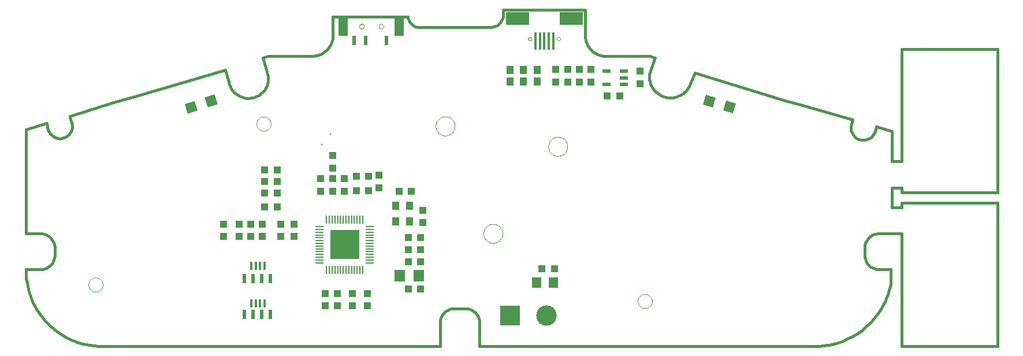
<source format=gtp>
G75*
G70*
%OFA0B0*%
%FSLAX24Y24*%
%IPPOS*%
%LPD*%
%AMOC8*
5,1,8,0,0,1.08239X$1,22.5*
%
%ADD10C,0.0000*%
%ADD11C,0.0160*%
%ADD12R,0.1181X0.1181*%
%ADD13C,0.1181*%
%ADD14R,0.0591X0.0591*%
%ADD15R,0.0472X0.0217*%
%ADD16R,0.0551X0.1000*%
%ADD17R,0.0236X0.0551*%
%ADD18R,0.0098X0.0098*%
%ADD19R,0.0394X0.0512*%
%ADD20R,0.1713X0.1713*%
%ADD21R,0.0472X0.0080*%
%ADD22R,0.0080X0.0472*%
%ADD23R,0.0138X0.0512*%
%ADD24R,0.0433X0.0394*%
%ADD25R,0.0394X0.0433*%
%ADD26R,0.0551X0.0630*%
%ADD27R,0.0630X0.0709*%
%ADD28R,0.0433X0.0453*%
%ADD29R,0.0177X0.0984*%
%ADD30R,0.1378X0.0748*%
D10*
X004901Y004920D02*
X004903Y004960D01*
X004909Y005001D01*
X004919Y005040D01*
X004932Y005078D01*
X004950Y005115D01*
X004971Y005149D01*
X004995Y005182D01*
X005022Y005212D01*
X005052Y005239D01*
X005085Y005263D01*
X005119Y005284D01*
X005156Y005302D01*
X005194Y005315D01*
X005233Y005325D01*
X005274Y005331D01*
X005314Y005333D01*
X005354Y005331D01*
X005395Y005325D01*
X005434Y005315D01*
X005472Y005302D01*
X005509Y005284D01*
X005543Y005263D01*
X005576Y005239D01*
X005606Y005212D01*
X005633Y005182D01*
X005657Y005149D01*
X005678Y005115D01*
X005696Y005078D01*
X005709Y005040D01*
X005719Y005001D01*
X005725Y004960D01*
X005727Y004920D01*
X005725Y004880D01*
X005719Y004839D01*
X005709Y004800D01*
X005696Y004762D01*
X005678Y004725D01*
X005657Y004691D01*
X005633Y004658D01*
X005606Y004628D01*
X005576Y004601D01*
X005543Y004577D01*
X005509Y004556D01*
X005472Y004538D01*
X005434Y004525D01*
X005395Y004515D01*
X005354Y004509D01*
X005314Y004507D01*
X005274Y004509D01*
X005233Y004515D01*
X005194Y004525D01*
X005156Y004538D01*
X005119Y004556D01*
X005085Y004577D01*
X005052Y004601D01*
X005022Y004628D01*
X004995Y004658D01*
X004971Y004691D01*
X004950Y004725D01*
X004932Y004762D01*
X004919Y004800D01*
X004909Y004839D01*
X004903Y004880D01*
X004901Y004920D01*
X024940Y014074D02*
X024942Y014121D01*
X024948Y014167D01*
X024958Y014213D01*
X024971Y014258D01*
X024989Y014301D01*
X025010Y014343D01*
X025034Y014383D01*
X025062Y014420D01*
X025093Y014455D01*
X025127Y014488D01*
X025163Y014517D01*
X025202Y014543D01*
X025243Y014566D01*
X025286Y014585D01*
X025330Y014601D01*
X025375Y014613D01*
X025421Y014621D01*
X025468Y014625D01*
X025514Y014625D01*
X025561Y014621D01*
X025607Y014613D01*
X025652Y014601D01*
X025696Y014585D01*
X025739Y014566D01*
X025780Y014543D01*
X025819Y014517D01*
X025855Y014488D01*
X025889Y014455D01*
X025920Y014420D01*
X025948Y014383D01*
X025972Y014343D01*
X025993Y014301D01*
X026011Y014258D01*
X026024Y014213D01*
X026034Y014167D01*
X026040Y014121D01*
X026042Y014074D01*
X026040Y014027D01*
X026034Y013981D01*
X026024Y013935D01*
X026011Y013890D01*
X025993Y013847D01*
X025972Y013805D01*
X025948Y013765D01*
X025920Y013728D01*
X025889Y013693D01*
X025855Y013660D01*
X025819Y013631D01*
X025780Y013605D01*
X025739Y013582D01*
X025696Y013563D01*
X025652Y013547D01*
X025607Y013535D01*
X025561Y013527D01*
X025514Y013523D01*
X025468Y013523D01*
X025421Y013527D01*
X025375Y013535D01*
X025330Y013547D01*
X025286Y013563D01*
X025243Y013582D01*
X025202Y013605D01*
X025163Y013631D01*
X025127Y013660D01*
X025093Y013693D01*
X025062Y013728D01*
X025034Y013765D01*
X025010Y013805D01*
X024989Y013847D01*
X024971Y013890D01*
X024958Y013935D01*
X024948Y013981D01*
X024942Y014027D01*
X024940Y014074D01*
X031436Y012893D02*
X031438Y012940D01*
X031444Y012986D01*
X031454Y013032D01*
X031467Y013077D01*
X031485Y013120D01*
X031506Y013162D01*
X031530Y013202D01*
X031558Y013239D01*
X031589Y013274D01*
X031623Y013307D01*
X031659Y013336D01*
X031698Y013362D01*
X031739Y013385D01*
X031782Y013404D01*
X031826Y013420D01*
X031871Y013432D01*
X031917Y013440D01*
X031964Y013444D01*
X032010Y013444D01*
X032057Y013440D01*
X032103Y013432D01*
X032148Y013420D01*
X032192Y013404D01*
X032235Y013385D01*
X032276Y013362D01*
X032315Y013336D01*
X032351Y013307D01*
X032385Y013274D01*
X032416Y013239D01*
X032444Y013202D01*
X032468Y013162D01*
X032489Y013120D01*
X032507Y013077D01*
X032520Y013032D01*
X032530Y012986D01*
X032536Y012940D01*
X032538Y012893D01*
X032536Y012846D01*
X032530Y012800D01*
X032520Y012754D01*
X032507Y012709D01*
X032489Y012666D01*
X032468Y012624D01*
X032444Y012584D01*
X032416Y012547D01*
X032385Y012512D01*
X032351Y012479D01*
X032315Y012450D01*
X032276Y012424D01*
X032235Y012401D01*
X032192Y012382D01*
X032148Y012366D01*
X032103Y012354D01*
X032057Y012346D01*
X032010Y012342D01*
X031964Y012342D01*
X031917Y012346D01*
X031871Y012354D01*
X031826Y012366D01*
X031782Y012382D01*
X031739Y012401D01*
X031698Y012424D01*
X031659Y012450D01*
X031623Y012479D01*
X031589Y012512D01*
X031558Y012547D01*
X031530Y012584D01*
X031506Y012624D01*
X031485Y012666D01*
X031467Y012709D01*
X031454Y012754D01*
X031444Y012800D01*
X031438Y012846D01*
X031436Y012893D01*
X027696Y007873D02*
X027698Y007920D01*
X027704Y007966D01*
X027714Y008012D01*
X027727Y008057D01*
X027745Y008100D01*
X027766Y008142D01*
X027790Y008182D01*
X027818Y008219D01*
X027849Y008254D01*
X027883Y008287D01*
X027919Y008316D01*
X027958Y008342D01*
X027999Y008365D01*
X028042Y008384D01*
X028086Y008400D01*
X028131Y008412D01*
X028177Y008420D01*
X028224Y008424D01*
X028270Y008424D01*
X028317Y008420D01*
X028363Y008412D01*
X028408Y008400D01*
X028452Y008384D01*
X028495Y008365D01*
X028536Y008342D01*
X028575Y008316D01*
X028611Y008287D01*
X028645Y008254D01*
X028676Y008219D01*
X028704Y008182D01*
X028728Y008142D01*
X028749Y008100D01*
X028767Y008057D01*
X028780Y008012D01*
X028790Y007966D01*
X028796Y007920D01*
X028798Y007873D01*
X028796Y007826D01*
X028790Y007780D01*
X028780Y007734D01*
X028767Y007689D01*
X028749Y007646D01*
X028728Y007604D01*
X028704Y007564D01*
X028676Y007527D01*
X028645Y007492D01*
X028611Y007459D01*
X028575Y007430D01*
X028536Y007404D01*
X028495Y007381D01*
X028452Y007362D01*
X028408Y007346D01*
X028363Y007334D01*
X028317Y007326D01*
X028270Y007322D01*
X028224Y007322D01*
X028177Y007326D01*
X028131Y007334D01*
X028086Y007346D01*
X028042Y007362D01*
X027999Y007381D01*
X027958Y007404D01*
X027919Y007430D01*
X027883Y007459D01*
X027849Y007492D01*
X027818Y007527D01*
X027790Y007564D01*
X027766Y007604D01*
X027745Y007646D01*
X027727Y007689D01*
X027714Y007734D01*
X027704Y007780D01*
X027698Y007826D01*
X027696Y007873D01*
X036594Y003975D02*
X036596Y004015D01*
X036602Y004056D01*
X036612Y004095D01*
X036625Y004133D01*
X036643Y004170D01*
X036664Y004204D01*
X036688Y004237D01*
X036715Y004267D01*
X036745Y004294D01*
X036778Y004318D01*
X036812Y004339D01*
X036849Y004357D01*
X036887Y004370D01*
X036926Y004380D01*
X036967Y004386D01*
X037007Y004388D01*
X037047Y004386D01*
X037088Y004380D01*
X037127Y004370D01*
X037165Y004357D01*
X037202Y004339D01*
X037236Y004318D01*
X037269Y004294D01*
X037299Y004267D01*
X037326Y004237D01*
X037350Y004204D01*
X037371Y004170D01*
X037389Y004133D01*
X037402Y004095D01*
X037412Y004056D01*
X037418Y004015D01*
X037420Y003975D01*
X037418Y003935D01*
X037412Y003894D01*
X037402Y003855D01*
X037389Y003817D01*
X037371Y003780D01*
X037350Y003746D01*
X037326Y003713D01*
X037299Y003683D01*
X037269Y003656D01*
X037236Y003632D01*
X037202Y003611D01*
X037165Y003593D01*
X037127Y003580D01*
X037088Y003570D01*
X037047Y003564D01*
X037007Y003562D01*
X036967Y003564D01*
X036926Y003570D01*
X036887Y003580D01*
X036849Y003593D01*
X036812Y003611D01*
X036778Y003632D01*
X036745Y003656D01*
X036715Y003683D01*
X036688Y003713D01*
X036664Y003746D01*
X036643Y003780D01*
X036625Y003817D01*
X036612Y003855D01*
X036602Y003894D01*
X036596Y003935D01*
X036594Y003975D01*
X014596Y014201D02*
X014598Y014241D01*
X014604Y014282D01*
X014614Y014321D01*
X014627Y014359D01*
X014645Y014396D01*
X014666Y014430D01*
X014690Y014463D01*
X014717Y014493D01*
X014747Y014520D01*
X014780Y014544D01*
X014814Y014565D01*
X014851Y014583D01*
X014889Y014596D01*
X014928Y014606D01*
X014969Y014612D01*
X015009Y014614D01*
X015049Y014612D01*
X015090Y014606D01*
X015129Y014596D01*
X015167Y014583D01*
X015204Y014565D01*
X015238Y014544D01*
X015271Y014520D01*
X015301Y014493D01*
X015328Y014463D01*
X015352Y014430D01*
X015373Y014396D01*
X015391Y014359D01*
X015404Y014321D01*
X015414Y014282D01*
X015420Y014241D01*
X015422Y014201D01*
X015420Y014161D01*
X015414Y014120D01*
X015404Y014081D01*
X015391Y014043D01*
X015373Y014006D01*
X015352Y013972D01*
X015328Y013939D01*
X015301Y013909D01*
X015271Y013882D01*
X015238Y013858D01*
X015204Y013837D01*
X015167Y013819D01*
X015129Y013806D01*
X015090Y013796D01*
X015049Y013790D01*
X015009Y013788D01*
X014969Y013790D01*
X014928Y013796D01*
X014889Y013806D01*
X014851Y013819D01*
X014814Y013837D01*
X014780Y013858D01*
X014747Y013882D01*
X014717Y013909D01*
X014690Y013939D01*
X014666Y013972D01*
X014645Y014006D01*
X014627Y014043D01*
X014614Y014081D01*
X014604Y014120D01*
X014598Y014161D01*
X014596Y014201D01*
X020530Y019826D02*
X020532Y019849D01*
X020538Y019872D01*
X020548Y019893D01*
X020561Y019913D01*
X020577Y019930D01*
X020596Y019944D01*
X020617Y019954D01*
X020639Y019961D01*
X020662Y019964D01*
X020686Y019963D01*
X020708Y019958D01*
X020730Y019949D01*
X020750Y019937D01*
X020768Y019921D01*
X020782Y019903D01*
X020794Y019883D01*
X020802Y019861D01*
X020806Y019838D01*
X020806Y019814D01*
X020802Y019791D01*
X020794Y019769D01*
X020782Y019749D01*
X020768Y019731D01*
X020750Y019715D01*
X020730Y019703D01*
X020708Y019694D01*
X020686Y019689D01*
X020662Y019688D01*
X020639Y019691D01*
X020617Y019698D01*
X020596Y019708D01*
X020577Y019722D01*
X020561Y019739D01*
X020548Y019759D01*
X020538Y019780D01*
X020532Y019803D01*
X020530Y019826D01*
X021652Y019826D02*
X021654Y019849D01*
X021660Y019872D01*
X021670Y019893D01*
X021683Y019913D01*
X021699Y019930D01*
X021718Y019944D01*
X021739Y019954D01*
X021761Y019961D01*
X021784Y019964D01*
X021808Y019963D01*
X021830Y019958D01*
X021852Y019949D01*
X021872Y019937D01*
X021890Y019921D01*
X021904Y019903D01*
X021916Y019883D01*
X021924Y019861D01*
X021928Y019838D01*
X021928Y019814D01*
X021924Y019791D01*
X021916Y019769D01*
X021904Y019749D01*
X021890Y019731D01*
X021872Y019715D01*
X021852Y019703D01*
X021830Y019694D01*
X021808Y019689D01*
X021784Y019688D01*
X021761Y019691D01*
X021739Y019698D01*
X021718Y019708D01*
X021699Y019722D01*
X021683Y019739D01*
X021670Y019759D01*
X021660Y019780D01*
X021654Y019803D01*
X021652Y019826D01*
X030275Y019109D02*
X030277Y019128D01*
X030282Y019147D01*
X030292Y019163D01*
X030304Y019178D01*
X030319Y019190D01*
X030335Y019200D01*
X030354Y019205D01*
X030373Y019207D01*
X030392Y019205D01*
X030411Y019200D01*
X030427Y019190D01*
X030442Y019178D01*
X030454Y019163D01*
X030464Y019147D01*
X030469Y019128D01*
X030471Y019109D01*
X030469Y019090D01*
X030464Y019071D01*
X030454Y019055D01*
X030442Y019040D01*
X030427Y019028D01*
X030411Y019018D01*
X030392Y019013D01*
X030373Y019011D01*
X030354Y019013D01*
X030335Y019018D01*
X030319Y019028D01*
X030304Y019040D01*
X030292Y019055D01*
X030282Y019071D01*
X030277Y019090D01*
X030275Y019109D01*
X031929Y019109D02*
X031931Y019128D01*
X031936Y019147D01*
X031946Y019163D01*
X031958Y019178D01*
X031973Y019190D01*
X031989Y019200D01*
X032008Y019205D01*
X032027Y019207D01*
X032046Y019205D01*
X032065Y019200D01*
X032081Y019190D01*
X032096Y019178D01*
X032108Y019163D01*
X032118Y019147D01*
X032123Y019128D01*
X032125Y019109D01*
X032123Y019090D01*
X032118Y019071D01*
X032108Y019055D01*
X032096Y019040D01*
X032081Y019028D01*
X032065Y019018D01*
X032046Y019013D01*
X032027Y019011D01*
X032008Y019013D01*
X031989Y019018D01*
X031973Y019028D01*
X031958Y019040D01*
X031946Y019055D01*
X031936Y019071D01*
X031931Y019090D01*
X031929Y019109D01*
D11*
X003900Y001750D02*
X003710Y001840D01*
X003550Y001920D01*
X003350Y002040D01*
X003110Y002200D01*
X002880Y002380D01*
X002660Y002570D01*
X002550Y002680D01*
X002400Y002840D01*
X002280Y002980D01*
X002180Y003110D01*
X002060Y003270D01*
X001960Y003420D01*
X001830Y003650D01*
X001710Y003870D01*
X001640Y004030D01*
X001520Y004350D01*
X001430Y004660D01*
X001380Y004870D01*
X001350Y005040D01*
X001310Y005290D01*
X001280Y005800D01*
X002120Y005810D01*
X002210Y005810D01*
X002260Y005820D01*
X002350Y005840D01*
X002460Y005880D01*
X002560Y005930D01*
X002660Y006000D01*
X002750Y006100D01*
X002820Y006190D01*
X002870Y006280D01*
X002900Y006340D01*
X002940Y006470D01*
X002950Y006590D01*
X002950Y007100D01*
X002930Y007230D01*
X002920Y007270D01*
X002870Y007410D01*
X002720Y007620D01*
X002620Y007710D01*
X002490Y007790D01*
X002370Y007840D01*
X002190Y007870D01*
X001280Y007870D01*
X001280Y013880D01*
X002490Y014240D01*
X002570Y013850D01*
X002680Y013640D01*
X002830Y013500D01*
X002940Y013430D01*
X003110Y013370D01*
X003260Y013360D01*
X003480Y013400D01*
X003640Y013480D01*
X003760Y013570D01*
X003850Y013700D01*
X003920Y013830D01*
X003960Y014020D01*
X003950Y014160D01*
X003930Y014280D01*
X003840Y014550D01*
X003820Y014660D01*
X006460Y015470D01*
X006600Y015510D01*
X007560Y015790D01*
X012780Y017320D01*
X012980Y016640D01*
X013000Y016570D01*
X013020Y016490D01*
X013050Y016410D01*
X013140Y016230D01*
X013170Y016190D01*
X013220Y016120D01*
X013260Y016070D01*
X013340Y015990D01*
X013400Y015940D01*
X013450Y015900D01*
X013560Y015830D01*
X013610Y015800D01*
X013690Y015770D01*
X013790Y015730D01*
X013860Y015710D01*
X013910Y015700D01*
X013980Y015690D01*
X014020Y015690D01*
X014160Y015680D01*
X014320Y015700D01*
X014410Y015720D01*
X014490Y015740D01*
X014570Y015770D01*
X014720Y015850D01*
X014790Y015890D01*
X014840Y015930D01*
X014960Y016040D01*
X015050Y016150D01*
X015130Y016280D01*
X015180Y016370D01*
X015230Y016520D01*
X015260Y016650D01*
X015270Y016740D01*
X015270Y016950D01*
X015130Y017430D01*
X014960Y018010D01*
X015260Y018110D01*
X017860Y018110D01*
X018060Y018130D01*
X018190Y018170D01*
X018350Y018230D01*
X018510Y018330D01*
X018630Y018430D01*
X018720Y018530D01*
X018810Y018650D01*
X018900Y018820D01*
X018960Y019000D01*
X018990Y019110D01*
X019000Y019160D01*
X019000Y020376D01*
X023320Y020376D01*
X023340Y020282D01*
X023350Y020260D01*
X023400Y020130D01*
X023460Y020040D01*
X023550Y019940D01*
X023630Y019880D01*
X023750Y019820D01*
X023860Y019790D01*
X023940Y019780D01*
X028140Y019780D01*
X028270Y019800D01*
X028390Y019840D01*
X028490Y019890D01*
X028570Y019950D01*
X028670Y020050D01*
X028710Y020100D01*
X028770Y020210D01*
X028800Y020290D01*
X028820Y020350D01*
X028830Y020410D01*
X028840Y020770D01*
X033560Y020770D01*
X033560Y019200D01*
X033600Y018980D01*
X033650Y018850D01*
X033690Y018760D01*
X033750Y018660D01*
X033820Y018560D01*
X033930Y018440D01*
X034020Y018360D01*
X034160Y018270D01*
X034270Y018210D01*
X034370Y018170D01*
X034480Y018140D01*
X034580Y018120D01*
X034750Y018110D01*
X037310Y018110D01*
X037600Y018010D01*
X037290Y017190D01*
X037270Y017060D01*
X037260Y016910D01*
X037270Y016790D01*
X037300Y016630D01*
X037330Y016540D01*
X037340Y016490D01*
X037390Y016390D01*
X037490Y016220D01*
X037610Y016070D01*
X037690Y016000D01*
X037830Y015900D01*
X037980Y015810D01*
X038190Y015750D01*
X038330Y015720D01*
X038400Y015710D01*
X038520Y015710D01*
X038630Y015720D01*
X038750Y015740D01*
X038860Y015770D01*
X038940Y015800D01*
X039030Y015840D01*
X039130Y015900D01*
X039220Y015960D01*
X039300Y016030D01*
X039370Y016090D01*
X039430Y016160D01*
X039470Y016210D01*
X039570Y016370D01*
X039600Y016440D01*
X039880Y017130D01*
X045080Y015560D01*
X046090Y015270D01*
X048980Y014450D01*
X048890Y014030D01*
X048910Y013810D01*
X048980Y013640D01*
X049080Y013490D01*
X049200Y013390D01*
X049320Y013320D01*
X049490Y013270D01*
X049700Y013270D01*
X049920Y013330D01*
X050090Y013450D01*
X050170Y013540D01*
X050280Y013730D01*
X050360Y014050D01*
X051270Y013780D01*
X051270Y012040D01*
X051840Y012040D01*
X051840Y018508D01*
X057352Y018508D01*
X057352Y010240D01*
X051840Y010240D01*
X051840Y010520D01*
X051270Y010520D01*
X051270Y009370D01*
X051840Y009370D01*
X051840Y009648D01*
X057352Y009648D01*
X057352Y001380D01*
X051840Y001380D01*
X051840Y007870D01*
X050430Y007870D01*
X050340Y007860D01*
X050260Y007840D01*
X050170Y007810D01*
X050050Y007740D01*
X049960Y007670D01*
X049880Y007590D01*
X049800Y007460D01*
X049740Y007330D01*
X049710Y007210D01*
X049700Y006550D01*
X049720Y006410D01*
X049800Y006210D01*
X049870Y006100D01*
X050030Y005960D01*
X050120Y005900D01*
X050290Y005830D01*
X050370Y005810D01*
X051200Y005810D01*
X051200Y005080D01*
X051180Y004900D01*
X051140Y004730D01*
X051020Y004340D01*
X050940Y004130D01*
X050880Y003990D01*
X050770Y003770D01*
X050620Y003510D01*
X050470Y003280D01*
X050090Y002810D01*
X049970Y002690D01*
X049770Y002500D01*
X049620Y002370D01*
X049520Y002290D01*
X049340Y002160D01*
X049230Y002090D01*
X049100Y002010D01*
X048980Y001940D01*
X048770Y001830D01*
X048640Y001770D01*
X048460Y001690D01*
X048260Y001620D01*
X048070Y001560D01*
X047810Y001490D01*
X047600Y001450D01*
X047270Y001400D01*
X047120Y001390D01*
X046940Y001380D01*
X027460Y001380D01*
X027460Y002840D01*
X027420Y002990D01*
X027390Y003070D01*
X027340Y003170D01*
X027220Y003320D01*
X027110Y003410D01*
X027000Y003470D01*
X026880Y003510D01*
X026810Y003530D01*
X026740Y003540D01*
X025940Y003540D01*
X025820Y003530D01*
X025730Y003500D01*
X025630Y003460D01*
X025540Y003410D01*
X025460Y003350D01*
X025370Y003250D01*
X025290Y003140D01*
X025260Y003070D01*
X025240Y003020D01*
X025210Y002900D01*
X025190Y002810D01*
X025190Y001380D01*
X005470Y001380D01*
X005240Y001400D01*
X005000Y001430D01*
X004560Y001520D01*
X004320Y001590D01*
X004100Y001670D01*
X003900Y001750D01*
D12*
X029231Y003149D03*
D13*
X031322Y003149D03*
D14*
G36*
X041693Y015549D02*
X042259Y015387D01*
X042097Y014821D01*
X041531Y014983D01*
X041693Y015549D01*
G37*
G36*
X040535Y015881D02*
X041101Y015719D01*
X040939Y015153D01*
X040373Y015315D01*
X040535Y015881D01*
G37*
G36*
X011602Y015715D02*
X012162Y015897D01*
X012344Y015337D01*
X011784Y015155D01*
X011602Y015715D01*
G37*
G36*
X010456Y015343D02*
X011016Y015525D01*
X011198Y014965D01*
X010638Y014783D01*
X010456Y015343D01*
G37*
D15*
X034786Y016482D03*
X035810Y016482D03*
X035810Y016858D03*
X035810Y017234D03*
X034786Y017234D03*
D16*
X022834Y019775D03*
X019586Y019775D03*
D17*
X020235Y018995D03*
X020904Y018995D03*
X022086Y018995D03*
X015390Y005275D03*
X014890Y005275D03*
X014390Y005275D03*
X013890Y005275D03*
X013890Y003205D03*
X014390Y003205D03*
X014890Y003205D03*
X015390Y003205D03*
D18*
X018374Y013019D03*
X018846Y013610D03*
D19*
X022621Y009487D03*
X023441Y009487D03*
X023441Y008588D03*
X022621Y008588D03*
D20*
X019682Y007232D03*
D21*
X021120Y007310D03*
X021120Y007150D03*
X021120Y006990D03*
X021120Y006830D03*
X021120Y006670D03*
X021120Y006510D03*
X021120Y006350D03*
X021120Y006190D03*
X018240Y006190D03*
X018240Y006350D03*
X018240Y006510D03*
X018240Y006670D03*
X018240Y006830D03*
X018240Y006990D03*
X018240Y007150D03*
X018240Y007310D03*
X018240Y007470D03*
X018240Y007630D03*
X018240Y007790D03*
X018240Y007950D03*
X018240Y008110D03*
X018240Y008270D03*
X021120Y008270D03*
X021120Y008110D03*
X021120Y007950D03*
X021120Y007790D03*
X021120Y007630D03*
X021120Y007470D03*
D22*
X020720Y008670D03*
X020560Y008670D03*
X020400Y008670D03*
X020240Y008670D03*
X020080Y008670D03*
X019920Y008670D03*
X019760Y008670D03*
X019600Y008670D03*
X019440Y008670D03*
X019280Y008670D03*
X019120Y008670D03*
X018960Y008670D03*
X018800Y008670D03*
X018640Y008670D03*
X018640Y005790D03*
X018800Y005790D03*
X018960Y005790D03*
X019120Y005790D03*
X019280Y005790D03*
X019440Y005790D03*
X019600Y005790D03*
X019760Y005790D03*
X019920Y005790D03*
X020080Y005790D03*
X020240Y005790D03*
X020400Y005790D03*
X020560Y005790D03*
X020720Y005790D03*
D23*
X015064Y006002D03*
X014808Y006002D03*
X014552Y006002D03*
X014296Y006002D03*
X014296Y003858D03*
X014552Y003858D03*
X014808Y003858D03*
X015064Y003858D03*
D24*
X018565Y003705D03*
X019275Y003705D03*
X020125Y003705D03*
X020985Y003705D03*
X020985Y004415D03*
X020125Y004415D03*
X019275Y004415D03*
X018565Y004415D03*
X016755Y007715D03*
X015985Y007715D03*
X014940Y007715D03*
X014265Y007715D03*
X013585Y007715D03*
X012705Y007715D03*
X012705Y008425D03*
X013585Y008425D03*
X014265Y008425D03*
X014940Y008425D03*
X015985Y008425D03*
X016755Y008425D03*
X018305Y010325D03*
X018985Y010325D03*
X019665Y010325D03*
X019665Y011035D03*
X018985Y011035D03*
X018305Y011035D03*
X018985Y011655D03*
X018985Y012365D03*
X021675Y011235D03*
X021675Y010525D03*
X024205Y009225D03*
X024205Y008515D03*
X036725Y016525D03*
X036725Y017235D03*
X033905Y017335D03*
X033225Y017335D03*
X032545Y017335D03*
X031865Y017335D03*
X031865Y016625D03*
X032545Y016625D03*
X033225Y016625D03*
X033905Y016625D03*
D25*
X034835Y015805D03*
X035545Y015805D03*
X023525Y010305D03*
X022815Y010305D03*
X021055Y010355D03*
X020345Y010355D03*
X020345Y011185D03*
X021055Y011185D03*
X015785Y010875D03*
X015075Y010875D03*
X015075Y010195D03*
X015785Y010195D03*
X015785Y009415D03*
X015075Y009415D03*
X015075Y011555D03*
X015785Y011555D03*
X023355Y007645D03*
X024065Y007645D03*
X024065Y006935D03*
X023355Y006935D03*
X023355Y006255D03*
X024065Y006255D03*
X024065Y004665D03*
X023355Y004665D03*
X031075Y005835D03*
X031785Y005835D03*
D26*
X031715Y005060D03*
X030750Y005060D03*
D27*
X023946Y005445D03*
X022864Y005445D03*
D28*
X029240Y016660D03*
X030010Y016660D03*
X030780Y016660D03*
X030780Y017320D03*
X030010Y017320D03*
X029240Y017320D03*
D29*
X030688Y018971D03*
X030944Y018971D03*
X031200Y018971D03*
X031456Y018971D03*
X031712Y018971D03*
D30*
X032755Y020290D03*
X029645Y020290D03*
M02*

</source>
